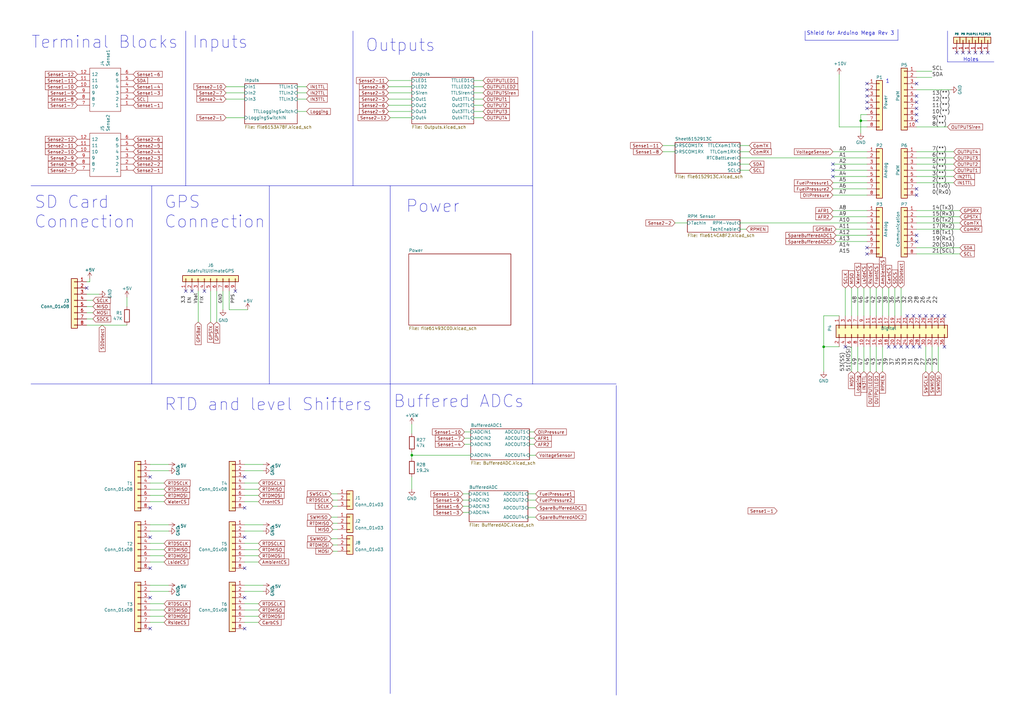
<source format=kicad_sch>
(kicad_sch (version 20230121) (generator eeschema)
  (paper "A3")
  (title_block (date "mar. 31 mars 2015"))
  (junction (at 168.91 186.69))
  (junction (at 337.82 142.24))
  (junction (at 353.06 49.53))
  (no_connect (at 78.74 119.38))
  (no_connect (at 61.595 195.58))
  (no_connect (at 100.33 245.11))
  (no_connect (at 392.43 21.59))
  (no_connect (at 355.6 104.14))
  (no_connect (at 100.33 257.81))
  (no_connect (at 355.6 41.91))
  (no_connect (at 355.6 36.83))
  (no_connect (at 355.6 39.37))
  (no_connect (at 355.6 44.45))
  (no_connect (at 61.595 233.045))
  (no_connect (at 355.6 101.6))
  (no_connect (at 375.92 96.52))
  (no_connect (at 375.92 99.06))
  (no_connect (at 364.49 142.24))
  (no_connect (at 367.03 142.24))
  (no_connect (at 375.92 44.45))
  (no_connect (at 394.97 21.59))
  (no_connect (at 375.92 39.37))
  (no_connect (at 341.63 67.31))
  (no_connect (at 341.63 72.39))
  (no_connect (at 83.82 119.38))
  (no_connect (at 355.6 34.29))
  (no_connect (at 387.35 129.54))
  (no_connect (at 387.35 142.24))
  (no_connect (at 405.13 21.59))
  (no_connect (at 61.595 245.11))
  (no_connect (at 100.33 220.345))
  (no_connect (at 100.33 208.28))
  (no_connect (at 61.595 208.28))
  (no_connect (at 375.92 34.29))
  (no_connect (at 346.71 142.24))
  (no_connect (at 375.92 41.91))
  (no_connect (at 375.92 80.01))
  (no_connect (at 341.63 69.85))
  (no_connect (at 397.51 21.59))
  (no_connect (at 61.595 220.345))
  (no_connect (at 35.56 118.11))
  (no_connect (at 375.92 46.99))
  (no_connect (at 96.52 119.38))
  (no_connect (at 372.11 129.54))
  (no_connect (at 384.81 129.54))
  (no_connect (at 377.19 129.54))
  (no_connect (at 382.27 129.54))
  (no_connect (at 379.73 129.54))
  (no_connect (at 374.65 129.54))
  (no_connect (at 372.11 142.24))
  (no_connect (at 374.65 142.24))
  (no_connect (at 377.19 142.24))
  (no_connect (at 369.57 142.24))
  (no_connect (at 375.92 49.53))
  (no_connect (at 100.33 233.045))
  (no_connect (at 61.595 257.81))
  (no_connect (at 100.33 195.58))
  (no_connect (at 402.59 21.59))
  (no_connect (at 400.05 21.59))
  (no_connect (at 76.2 119.38))
  (no_connect (at 375.92 77.47))
  (wire (pts (xy 35.56 125.73) (xy 38.1 125.73)))
  (wire (pts (xy 349.25 142.24) (xy 349.25 152.4)))
  (wire (pts (xy 349.25 118.11) (xy 349.25 129.54)))
  (wire (pts (xy 382.27 142.24) (xy 382.27 152.4)))
  (wire (pts (xy 375.92 91.44) (xy 393.7 91.44)))
  (wire (pts (xy 190.5 177.165) (xy 193.04 177.165)))
  (wire (pts (xy 61.595 250.19) (xy 67.31 250.19)))
  (wire (pts (xy 61.595 190.5) (xy 69.215 190.5)))
  (wire (pts (xy 100.33 240.03) (xy 107.95 240.03)))
  (wire (pts (xy 367.03 118.11) (xy 367.03 129.54)))
  (wire (pts (xy 303.53 69.85) (xy 307.34 69.85)))
  (wire (pts (xy 342.9 93.98) (xy 355.6 93.98)))
  (wire (pts (xy 375.92 67.31) (xy 391.16 67.31)))
  (wire (pts (xy 86.36 119.38) (xy 86.36 132.08)))
  (wire (pts (xy 168.91 195.58) (xy 168.91 200.66)))
  (wire (pts (xy 36.83 115.57) (xy 36.83 114.3)))
  (wire (pts (xy 341.63 69.85) (xy 355.6 69.85)))
  (wire (pts (xy 61.595 203.2) (xy 67.31 203.2)))
  (wire (pts (xy 375.92 74.93) (xy 391.16 74.93)))
  (wire (pts (xy 35.56 115.57) (xy 36.83 115.57)))
  (wire (pts (xy 61.595 217.805) (xy 69.215 217.805)))
  (wire (pts (xy 61.595 230.505) (xy 67.31 230.505)))
  (polyline (pts (xy 330.2 16.51) (xy 368.3 16.51)))
  (wire (pts (xy 190.5 182.245) (xy 193.04 182.245)))
  (wire (pts (xy 382.27 31.75) (xy 375.92 31.75)))
  (wire (pts (xy 303.53 59.69) (xy 307.34 59.69)))
  (wire (pts (xy 52.07 133.35) (xy 35.56 133.35)))
  (wire (pts (xy 342.9 99.06) (xy 355.6 99.06)))
  (wire (pts (xy 61.595 247.65) (xy 67.31 247.65)))
  (wire (pts (xy 189.865 202.565) (xy 192.405 202.565)))
  (wire (pts (xy 351.79 118.11) (xy 351.79 129.54)))
  (wire (pts (xy 81.28 119.38) (xy 81.28 132.08)))
  (wire (pts (xy 61.595 200.66) (xy 67.31 200.66)))
  (wire (pts (xy 159.385 35.56) (xy 168.91 35.56)))
  (wire (pts (xy 38.1 123.19) (xy 35.56 123.19)))
  (wire (pts (xy 159.385 43.18) (xy 168.91 43.18)))
  (wire (pts (xy 361.95 118.11) (xy 361.95 129.54)))
  (wire (pts (xy 100.33 230.505) (xy 106.045 230.505)))
  (wire (pts (xy 100.33 252.73) (xy 106.045 252.73)))
  (wire (pts (xy 353.06 49.53) (xy 353.06 54.61)))
  (wire (pts (xy 355.6 49.53) (xy 353.06 49.53)))
  (wire (pts (xy 344.17 142.24) (xy 337.82 142.24)))
  (wire (pts (xy 355.6 74.93) (xy 341.63 74.93)))
  (wire (pts (xy 100.33 225.425) (xy 106.045 225.425)))
  (wire (pts (xy 342.9 96.52) (xy 355.6 96.52)))
  (wire (pts (xy 38.1 128.27) (xy 35.56 128.27)))
  (wire (pts (xy 61.595 215.265) (xy 69.215 215.265)))
  (wire (pts (xy 100.33 198.12) (xy 106.045 198.12)))
  (polyline (pts (xy 218.44 157.48) (xy 252.73 157.48)))
  (wire (pts (xy 359.41 142.24) (xy 359.41 152.4)))
  (wire (pts (xy 100.33 227.965) (xy 106.045 227.965)))
  (wire (pts (xy 341.63 88.9) (xy 355.6 88.9)))
  (wire (pts (xy 379.73 142.24) (xy 379.73 152.4)))
  (wire (pts (xy 303.53 93.98) (xy 306.07 93.98)))
  (wire (pts (xy 341.63 62.23) (xy 355.6 62.23)))
  (wire (pts (xy 100.33 247.65) (xy 106.045 247.65)))
  (wire (pts (xy 61.595 198.12) (xy 67.31 198.12)))
  (wire (pts (xy 216.535 202.565) (xy 219.71 202.565)))
  (wire (pts (xy 121.92 35.56) (xy 125.73 35.56)))
  (wire (pts (xy 61.595 193.04) (xy 69.215 193.04)))
  (polyline (pts (xy 252.73 239.395) (xy 252.73 158.115)))
  (wire (pts (xy 61.595 225.425) (xy 67.31 225.425)))
  (wire (pts (xy 100.33 250.19) (xy 106.045 250.19)))
  (polyline (pts (xy 144.78 76.2) (xy 76.2 76.2)))
  (wire (pts (xy 355.6 46.99) (xy 353.06 46.99)))
  (wire (pts (xy 341.63 77.47) (xy 355.6 77.47)))
  (wire (pts (xy 353.06 46.99) (xy 353.06 49.53)))
  (polyline (pts (xy 388.62 25.4) (xy 388.62 12.7)))
  (wire (pts (xy 194.31 38.1) (xy 198.12 38.1)))
  (wire (pts (xy 100.33 222.885) (xy 106.045 222.885)))
  (wire (pts (xy 168.91 186.69) (xy 168.91 187.96)))
  (wire (pts (xy 159.385 45.72) (xy 168.91 45.72)))
  (polyline (pts (xy 144.78 12.7) (xy 144.78 76.2)))
  (wire (pts (xy 136.525 226.06) (xy 138.43 226.06)))
  (wire (pts (xy 356.87 142.24) (xy 356.87 152.4)))
  (wire (pts (xy 91.44 127) (xy 91.44 119.38)))
  (wire (pts (xy 375.92 36.83) (xy 389.89 36.83)))
  (wire (pts (xy 194.31 33.02) (xy 198.12 33.02)))
  (wire (pts (xy 303.53 64.77) (xy 355.6 64.77)))
  (wire (pts (xy 100.33 215.265) (xy 107.95 215.265)))
  (wire (pts (xy 159.385 33.02) (xy 168.91 33.02)))
  (wire (pts (xy 354.33 118.11) (xy 354.33 129.54)))
  (wire (pts (xy 121.92 38.1) (xy 125.73 38.1)))
  (wire (pts (xy 136.525 205.105) (xy 138.43 205.105)))
  (wire (pts (xy 375.92 104.14) (xy 393.7 104.14)))
  (wire (pts (xy 159.385 40.64) (xy 168.91 40.64)))
  (wire (pts (xy 375.92 29.21) (xy 382.27 29.21)))
  (polyline (pts (xy 110.49 76.2) (xy 110.49 157.48)))
  (wire (pts (xy 346.71 118.11) (xy 346.71 129.54)))
  (wire (pts (xy 337.82 142.24) (xy 337.82 152.4)))
  (wire (pts (xy 92.71 38.1) (xy 100.33 38.1)))
  (wire (pts (xy 375.92 88.9) (xy 393.7 88.9)))
  (wire (pts (xy 100.33 193.04) (xy 107.95 193.04)))
  (polyline (pts (xy 76.2 12.7) (xy 76.2 76.2)))
  (wire (pts (xy 100.33 203.2) (xy 106.045 203.2)))
  (polyline (pts (xy 12.7 76.2) (xy 76.2 76.2)))
  (wire (pts (xy 100.33 205.74) (xy 106.045 205.74)))
  (wire (pts (xy 40.64 120.65) (xy 35.56 120.65)))
  (wire (pts (xy 351.79 142.24) (xy 351.79 152.4)))
  (wire (pts (xy 61.595 222.885) (xy 67.31 222.885)))
  (wire (pts (xy 136.525 214.63) (xy 138.43 214.63)))
  (polyline (pts (xy 160.02 76.2) (xy 144.78 76.2)))
  (wire (pts (xy 194.31 48.26) (xy 198.12 48.26)))
  (polyline (pts (xy 160.02 157.48) (xy 218.44 157.48)))
  (wire (pts (xy 194.31 43.18) (xy 198.12 43.18)))
  (wire (pts (xy 375.92 69.85) (xy 391.16 69.85)))
  (polyline (pts (xy 368.3 16.51) (xy 368.3 12.065)))
  (wire (pts (xy 135.89 212.09) (xy 138.43 212.09)))
  (wire (pts (xy 354.33 142.24) (xy 354.33 152.4)))
  (wire (pts (xy 61.595 240.03) (xy 69.215 240.03)))
  (wire (pts (xy 168.91 177.8) (xy 168.91 173.99)))
  (wire (pts (xy 337.82 129.54) (xy 337.82 142.24)))
  (wire (pts (xy 61.595 252.73) (xy 67.31 252.73)))
  (wire (pts (xy 100.33 255.27) (xy 106.045 255.27)))
  (wire (pts (xy 160.02 48.26) (xy 168.91 48.26)))
  (wire (pts (xy 355.6 80.01) (xy 341.63 80.01)))
  (wire (pts (xy 121.92 40.64) (xy 125.73 40.64)))
  (polyline (pts (xy 160.02 157.48) (xy 160.02 76.2)))
  (wire (pts (xy 375.92 52.07) (xy 388.62 52.07)))
  (wire (pts (xy 100.33 190.5) (xy 107.95 190.5)))
  (wire (pts (xy 100.33 217.805) (xy 107.95 217.805)))
  (wire (pts (xy 121.92 45.72) (xy 125.73 45.72)))
  (polyline (pts (xy 407.67 25.4) (xy 388.62 25.4)))
  (wire (pts (xy 194.31 40.64) (xy 198.12 40.64)))
  (wire (pts (xy 216.535 208.28) (xy 219.71 208.28)))
  (wire (pts (xy 35.56 130.81) (xy 38.1 130.81)))
  (wire (pts (xy 136.525 217.17) (xy 138.43 217.17)))
  (wire (pts (xy 375.92 93.98) (xy 393.7 93.98)))
  (wire (pts (xy 135.89 220.98) (xy 138.43 220.98)))
  (wire (pts (xy 92.71 35.56) (xy 100.33 35.56)))
  (wire (pts (xy 276.86 91.44) (xy 281.94 91.44)))
  (wire (pts (xy 216.535 205.105) (xy 219.71 205.105)))
  (wire (pts (xy 369.57 118.11) (xy 369.57 129.54)))
  (wire (pts (xy 100.33 200.66) (xy 106.045 200.66)))
  (wire (pts (xy 217.17 179.705) (xy 219.075 179.705)))
  (polyline (pts (xy 62.23 76.2) (xy 62.23 157.48)))
  (wire (pts (xy 341.63 72.39) (xy 355.6 72.39)))
  (wire (pts (xy 189.865 205.105) (xy 192.405 205.105)))
  (wire (pts (xy 93.98 127) (xy 101.6 127)))
  (wire (pts (xy 356.87 118.11) (xy 356.87 129.54)))
  (wire (pts (xy 355.6 52.07) (xy 344.17 52.07)))
  (wire (pts (xy 341.63 86.36) (xy 355.6 86.36)))
  (wire (pts (xy 159.385 38.1) (xy 168.91 38.1)))
  (wire (pts (xy 190.5 179.705) (xy 193.04 179.705)))
  (wire (pts (xy 61.595 205.74) (xy 67.31 205.74)))
  (wire (pts (xy 93.98 127) (xy 93.98 119.38)))
  (wire (pts (xy 384.81 142.24) (xy 384.81 152.4)))
  (wire (pts (xy 189.865 210.185) (xy 192.405 210.185)))
  (polyline (pts (xy 12.7 157.48) (xy 160.02 157.48)))
  (wire (pts (xy 307.34 67.31) (xy 303.53 67.31)))
  (wire (pts (xy 344.17 129.54) (xy 337.82 129.54)))
  (polyline (pts (xy 330.2 12.7) (xy 330.2 16.51)))
  (wire (pts (xy 375.92 101.6) (xy 393.7 101.6)))
  (wire (pts (xy 100.33 242.57) (xy 107.95 242.57)))
  (wire (pts (xy 61.595 227.965) (xy 67.31 227.965)))
  (wire (pts (xy 92.71 40.64) (xy 100.33 40.64)))
  (wire (pts (xy 375.92 62.23) (xy 391.16 62.23)))
  (wire (pts (xy 189.865 207.645) (xy 192.405 207.645)))
  (wire (pts (xy 364.49 118.11) (xy 364.49 129.54)))
  (wire (pts (xy 217.17 186.69) (xy 219.71 186.69)))
  (wire (pts (xy 341.63 67.31) (xy 355.6 67.31)))
  (wire (pts (xy 61.595 242.57) (xy 69.215 242.57)))
  (wire (pts (xy 168.91 186.69) (xy 193.04 186.69)))
  (wire (pts (xy 136.525 207.645) (xy 138.43 207.645)))
  (wire (pts (xy 168.91 185.42) (xy 168.91 186.69)))
  (wire (pts (xy 375.92 72.39) (xy 391.16 72.39)))
  (wire (pts (xy 52.07 121.92) (xy 52.07 125.73)))
  (wire (pts (xy 361.95 142.24) (xy 361.95 152.4)))
  (polyline (pts (xy 160.02 157.48) (xy 160.02 284.48)))
  (wire (pts (xy 303.53 91.44) (xy 355.6 91.44)))
  (wire (pts (xy 216.535 212.09) (xy 219.71 212.09)))
  (wire (pts (xy 92.71 48.26) (xy 100.33 48.26)))
  (wire (pts (xy 375.92 86.36) (xy 393.7 86.36)))
  (wire (pts (xy 136.525 223.52) (xy 138.43 223.52)))
  (wire (pts (xy 194.31 35.56) (xy 198.12 35.56)))
  (wire (pts (xy 217.17 182.245) (xy 219.075 182.245)))
  (wire (pts (xy 194.31 45.72) (xy 198.12 45.72)))
  (polyline (pts (xy 252.73 239.395) (xy 252.73 285.115)))
  (wire (pts (xy 271.78 62.23) (xy 276.86 62.23)))
  (wire (pts (xy 88.9 119.38) (xy 88.9 132.08)))
  (wire (pts (xy 61.595 255.27) (xy 67.31 255.27)))
  (polyline (pts (xy 160.02 76.2) (xy 218.44 76.2)))
  (wire (pts (xy 375.92 64.77) (xy 391.16 64.77)))
  (wire (pts (xy 135.89 202.565) (xy 138.43 202.565)))
  (wire (pts (xy 344.17 52.07) (xy 344.17 30.48)))
  (wire (pts (xy 307.34 62.23) (xy 303.53 62.23)))
  (polyline (pts (xy 218.44 12.7) (xy 218.44 76.2)))
  (wire (pts (xy 271.78 59.69) (xy 276.86 59.69)))
  (wire (pts (xy 359.41 118.11) (xy 359.41 129.54)))
  (wire (pts (xy 217.17 177.165) (xy 219.075 177.165)))
  (polyline (pts (xy 218.44 157.48) (xy 218.44 76.2)))
  (text "Holes" (at 394.97 25.4 0) (effects (font (size 1.524 1.524)) (justify left bottom)))
  (text "1" (at 363.22 34.29 0) (effects (font (size 1.524 1.524)) (justify left bottom)))
  (text "Shield for Arduino Mega Rev 3" (at 330.835 14.605 0) (effects (font (size 1.524 1.524)) (justify left bottom)))
  (text "Outputs" (at 149.86 21.59 0) (effects (font (size 5 5)) (justify left bottom)))
  (text "SD Card\nConnection" (at 13.97 93.98 0) (effects (font (size 5 5)) (justify left bottom)))
  (text "Inputs\n" (at 78.74 20.32 0) (effects (font (size 5 5)) (justify left bottom)))
  (text "Buffered ADCs" (at 161.29 167.64 0) (effects (font (size 5 5)) (justify left bottom)))
  (text "GPS\nConnection" (at 67.31 93.98 0) (effects (font (size 5 5)) (justify left bottom)))
  (text "Terminal Blocks\n" (at 12.7 20.32 0) (effects (font (size 5 5)) (justify left bottom)))
  (text "RTD and level Shifters" (at 67.31 168.91 0) (effects (font (size 5 5)) (justify left bottom)))
  (text "Power" (at 166.37 87.63 0) (effects (font (size 5 5)) (justify left bottom)))
  (label "23" (at 384.81 149.86 90) (effects (font (size 1.524 1.524))))
  (label "19(Rx1)" (at 382.27 99.06 0) (effects (font (size 1.524 1.524))))
  (label "39" (at 364.49 149.86 90) (effects (font (size 1.524 1.524))))
  (label "24" (at 382.27 124.46 90) (effects (font (size 1.524 1.524))))
  (label "37" (at 367.03 149.86 90) (effects (font (size 1.524 1.524))))
  (label "29" (at 377.19 149.86 90) (effects (font (size 1.524 1.524))))
  (label "4(**)" (at 382.27 69.85 0) (effects (font (size 1.524 1.524))))
  (label "1(Tx0)" (at 382.27 77.47 0) (effects (font (size 1.524 1.524))))
  (label "21(SCL)" (at 382.27 104.14 0) (effects (font (size 1.524 1.524))))
  (label "A0" (at 344.17 62.23 0) (effects (font (size 1.524 1.524))))
  (label "11(**)" (at 382.27 44.45 0) (effects (font (size 1.524 1.524))))
  (label "3.3" (at 76.2 124.46 90))
  (label "31" (at 374.65 149.86 90) (effects (font (size 1.524 1.524))))
  (label "0(Rx0)" (at 382.27 80.01 0) (effects (font (size 1.524 1.524))))
  (label "6(**)" (at 382.27 64.77 0) (effects (font (size 1.524 1.524))))
  (label "5(**)" (at 382.27 67.31 0) (effects (font (size 1.524 1.524))))
  (label "9(**)" (at 382.27 49.53 0) (effects (font (size 1.524 1.524))))
  (label "SDA" (at 382.27 31.75 0) (effects (font (size 1.524 1.524))))
  (label "40" (at 361.95 124.46 90) (effects (font (size 1.524 1.524))))
  (label "46" (at 354.33 124.46 90) (effects (font (size 1.524 1.524))))
  (label "A13" (at 344.17 99.06 0) (effects (font (size 1.524 1.524))))
  (label "16(Tx2)" (at 382.27 91.44 0) (effects (font (size 1.524 1.524))))
  (label "A10" (at 344.17 91.44 0) (effects (font (size 1.524 1.524))))
  (label "A5" (at 344.17 74.93 0) (effects (font (size 1.524 1.524))))
  (label "22" (at 384.81 124.46 90) (effects (font (size 1.524 1.524))))
  (label "A8" (at 344.17 86.36 0) (effects (font (size 1.524 1.524))))
  (label "51(MOSI)" (at 349.25 152.4 90) (effects (font (size 1.524 1.524))))
  (label "30" (at 374.65 124.46 90) (effects (font (size 1.524 1.524))))
  (label "EN" (at 78.74 124.46 90))
  (label "17(Rx2)" (at 382.27 93.98 0) (effects (font (size 1.524 1.524))))
  (label "3(**)" (at 382.27 72.39 0) (effects (font (size 1.524 1.524))))
  (label "44" (at 356.87 124.46 90) (effects (font (size 1.524 1.524))))
  (label "A9" (at 344.17 88.9 0) (effects (font (size 1.524 1.524))))
  (label "FIX" (at 83.82 124.46 90))
  (label "43" (at 359.41 149.86 90) (effects (font (size 1.524 1.524))))
  (label "28" (at 377.19 124.46 90) (effects (font (size 1.524 1.524))))
  (label "8(**)" (at 382.27 52.07 0) (effects (font (size 1.524 1.524))))
  (label "A11" (at 344.17 93.98 0) (effects (font (size 1.524 1.524))))
  (label "A12" (at 344.17 96.52 0) (effects (font (size 1.524 1.524))))
  (label "12(**)" (at 382.27 41.91 0) (effects (font (size 1.524 1.524))))
  (label "27" (at 379.73 149.86 90) (effects (font (size 1.524 1.524))))
  (label "38" (at 364.49 124.46 90) (effects (font (size 1.524 1.524))))
  (label "A14" (at 344.17 101.6 0) (effects (font (size 1.524 1.524))))
  (label "A15" (at 344.17 104.14 0) (effects (font (size 1.524 1.524))))
  (label "A3" (at 344.17 69.85 0) (effects (font (size 1.524 1.524))))
  (label "47" (at 354.33 149.86 90) (effects (font (size 1.524 1.524))))
  (label "14(Tx3)" (at 382.27 86.36 0) (effects (font (size 1.524 1.524))))
  (label "GND" (at 91.44 124.46 90))
  (label "41" (at 361.95 149.86 90) (effects (font (size 1.524 1.524))))
  (label "33" (at 372.11 149.86 90) (effects (font (size 1.524 1.524))))
  (label "53(SS)" (at 346.71 152.4 90) (effects (font (size 1.524 1.524))))
  (label "18(Tx1)" (at 382.27 96.52 0) (effects (font (size 1.524 1.524))))
  (label "26" (at 379.73 124.46 90) (effects (font (size 1.524 1.524))))
  (label "A7" (at 344.17 80.01 0) (effects (font (size 1.524 1.524))))
  (label "25" (at 382.27 149.86 90) (effects (font (size 1.524 1.524))))
  (label "A6" (at 344.17 77.47 0) (effects (font (size 1.524 1.524))))
  (label "SCL" (at 382.27 29.21 0) (effects (font (size 1.524 1.524))))
  (label "2(**)" (at 382.27 74.93 0) (effects (font (size 1.524 1.524))))
  (label "42" (at 359.41 124.46 90) (effects (font (size 1.524 1.524))))
  (label "36" (at 367.03 124.46 90) (effects (font (size 1.524 1.524))))
  (label "A4" (at 344.17 72.39 0) (effects (font (size 1.524 1.524))))
  (label "34" (at 369.57 124.46 90) (effects (font (size 1.524 1.524))))
  (label "49" (at 351.79 149.86 90) (effects (font (size 1.524 1.524))))
  (label "10(**)" (at 382.27 46.99 0) (effects (font (size 1.524 1.524))))
  (label "35" (at 369.57 149.86 90) (effects (font (size 1.524 1.524))))
  (label "13(**)" (at 382.27 39.37 0) (effects (font (size 1.524 1.524))))
  (label "A2" (at 344.17 67.31 0) (effects (font (size 1.524 1.524))))
  (label "7(**)" (at 382.27 62.23 0) (effects (font (size 1.524 1.524))))
  (label "Vbat" (at 81.28 124.46 90))
  (label "48" (at 351.79 124.46 90) (effects (font (size 1.524 1.524))))
  (label "45" (at 356.87 149.86 90) (effects (font (size 1.524 1.524))))
  (label "PPS" (at 96.52 124.46 90))
  (label "A1" (at 344.17 64.77 0) (effects (font (size 1.524 1.524))))
  (label "15(Rx3)" (at 382.27 88.9 0) (effects (font (size 1.524 1.524))))
  (label "20(SDA)" (at 382.27 101.6 0) (effects (font (size 1.524 1.524))))
  (label "32" (at 372.11 124.46 90) (effects (font (size 1.524 1.524))))
  (global_label "Sense1-4" (shape input) (at 190.5 182.245 180) (property "Intersheetrefs" "${INTERSHEET_REFS}" (effects hide)))
  (global_label "FrontCS" (shape input) (at 106.045 205.74 0) (property "Intersheetrefs" "${INTERSHEET_REFS}" (effects hide)))
  (global_label "GPSRX" (shape input) (at 88.9 132.08 270) (property "Intersheetrefs" "${INTERSHEET_REFS}" (effects hide)))
  (global_label "MISO" (shape input) (at 349.25 118.11 90) (property "Intersheetrefs" "${INTERSHEET_REFS}" (effects hide)))
  (global_label "Sense1-1" (shape input) (at 318.77 209.55 180) (property "Intersheetrefs" "${INTERSHEET_REFS}" (effects hide)))
  (global_label "RTDSCLK" (shape input) (at 67.31 222.885 0) (property "Intersheetrefs" "${INTERSHEET_REFS}" (effects hide)))
  (global_label "RTDSCLK" (shape input) (at 106.045 198.12 0) (property "Intersheetrefs" "${INTERSHEET_REFS}" (effects hide)))
  (global_label "RTDMOSI" (shape input) (at 67.31 203.2 0) (property "Intersheetrefs" "${INTERSHEET_REFS}" (effects hide)))
  (global_label "MOSI" (shape input) (at 38.1 128.27 0) (property "Intersheetrefs" "${INTERSHEET_REFS}" (effects hide)))
  (global_label "Sense2-6" (shape input) (at 54.61 57.15 0) (property "Intersheetrefs" "${INTERSHEET_REFS}" (effects hide)))
  (global_label "CarbCS" (shape input) (at 106.045 255.27 0) (property "Intersheetrefs" "${INTERSHEET_REFS}" (effects hide)))
  (global_label "Sense2-2" (shape input) (at 54.61 67.31 0) (property "Intersheetrefs" "${INTERSHEET_REFS}" (effects hide)))
  (global_label "Sense2-2" (shape input) (at 276.86 91.44 180) (property "Intersheetrefs" "${INTERSHEET_REFS}" (effects hide)))
  (global_label "LsideCS" (shape input) (at 67.31 230.505 0) (property "Intersheetrefs" "${INTERSHEET_REFS}" (effects hide)))
  (global_label "Sense2-8" (shape input) (at 31.75 67.31 180) (property "Intersheetrefs" "${INTERSHEET_REFS}" (effects hide)))
  (global_label "RTDSCLK" (shape input) (at 136.525 205.105 180) (property "Intersheetrefs" "${INTERSHEET_REFS}" (effects hide)))
  (global_label "IN1TTL" (shape input) (at 391.16 74.93 0) (property "Intersheetrefs" "${INTERSHEET_REFS}" (effects hide)))
  (global_label "FuelPressure2" (shape input) (at 341.63 77.47 180) (property "Intersheetrefs" "${INTERSHEET_REFS}" (effects hide)))
  (global_label "SCLK" (shape input) (at 38.1 123.19 0) (property "Intersheetrefs" "${INTERSHEET_REFS}" (effects hide)))
  (global_label "OilPressure" (shape input) (at 341.63 80.01 180) (property "Intersheetrefs" "${INTERSHEET_REFS}" (effects hide)))
  (global_label "Sense2-4" (shape input) (at 92.71 40.64 180) (property "Intersheetrefs" "${INTERSHEET_REFS}" (effects hide)))
  (global_label "Sense2-3" (shape input) (at 159.385 40.64 180) (property "Intersheetrefs" "${INTERSHEET_REFS}" (effects hide)))
  (global_label "IN1TTL" (shape input) (at 125.73 35.56 0) (property "Intersheetrefs" "${INTERSHEET_REFS}" (effects hide)))
  (global_label "OUTPUTLED2" (shape input) (at 198.12 35.56 0) (property "Intersheetrefs" "${INTERSHEET_REFS}" (effects hide)))
  (global_label "MOSI" (shape input) (at 136.525 226.06 180) (property "Intersheetrefs" "${INTERSHEET_REFS}" (effects hide)))
  (global_label "SCLK" (shape input) (at 346.71 118.11 90) (property "Intersheetrefs" "${INTERSHEET_REFS}" (effects hide)))
  (global_label "SDA" (shape input) (at 393.7 101.6 0) (property "Intersheetrefs" "${INTERSHEET_REFS}" (effects hide)))
  (global_label "RPMEN" (shape input) (at 306.07 93.98 0) (property "Intersheetrefs" "${INTERSHEET_REFS}" (effects hide)))
  (global_label "IN2TTL" (shape input) (at 391.16 72.39 0) (property "Intersheetrefs" "${INTERSHEET_REFS}" (effects hide)))
  (global_label "LsideCS" (shape input) (at 354.33 118.11 90) (property "Intersheetrefs" "${INTERSHEET_REFS}" (effects hide)))
  (global_label "WaterCS" (shape input) (at 67.31 205.74 0) (property "Intersheetrefs" "${INTERSHEET_REFS}" (effects hide)))
  (global_label "SWMISO" (shape input) (at 382.27 152.4 270) (property "Intersheetrefs" "${INTERSHEET_REFS}" (effects hide)))
  (global_label "RTDMOSI" (shape input) (at 67.31 252.73 0) (property "Intersheetrefs" "${INTERSHEET_REFS}" (effects hide)))
  (global_label "Sense1-3" (shape input) (at 54.61 38.1 0) (property "Intersheetrefs" "${INTERSHEET_REFS}" (effects hide)))
  (global_label "SCL" (shape input) (at 54.61 40.64 0) (property "Intersheetrefs" "${INTERSHEET_REFS}" (effects hide)))
  (global_label "Sense1-4" (shape input) (at 54.61 35.56 0) (property "Intersheetrefs" "${INTERSHEET_REFS}" (effects hide)))
  (global_label "OUTPUT2" (shape input) (at 198.12 43.18 0) (property "Intersheetrefs" "${INTERSHEET_REFS}" (effects hide)))
  (global_label "SpareBufferedADC1" (shape input) (at 342.9 96.52 180) (property "Intersheetrefs" "${INTERSHEET_REFS}" (effects hide)))
  (global_label "OUTPUTSiren" (shape input) (at 198.12 38.1 0) (property "Intersheetrefs" "${INTERSHEET_REFS}" (effects hide)))
  (global_label "SWMOSI" (shape input) (at 135.89 220.98 180) (property "Intersheetrefs" "${INTERSHEET_REFS}" (effects hide)))
  (global_label "OUTPUTLED2" (shape input) (at 356.87 152.4 270) (property "Intersheetrefs" "${INTERSHEET_REFS}" (effects hide)))
  (global_label "IN3TTL" (shape input) (at 125.73 40.64 0) (property "Intersheetrefs" "${INTERSHEET_REFS}" (effects hide)))
  (global_label "Sense1-1" (shape input) (at 54.61 43.18 0) (property "Intersheetrefs" "${INTERSHEET_REFS}" (effects hide)))
  (global_label "RTDSCLK" (shape input) (at 106.045 222.885 0) (property "Intersheetrefs" "${INTERSHEET_REFS}" (effects hide)))
  (global_label "RTDMOSI" (shape input) (at 106.045 252.73 0) (property "Intersheetrefs" "${INTERSHEET_REFS}" (effects hide)))
  (global_label "FuelPressure1" (shape input) (at 341.63 74.93 180) (property "Intersheetrefs" "${INTERSHEET_REFS}" (effects hide)))
  (global_label "Sense2-8" (shape input) (at 159.385 35.56 180) (property "Intersheetrefs" "${INTERSHEET_REFS}" (effects hide)))
  (global_label "RsideCS" (shape input) (at 67.31 255.27 0) (property "Intersheetrefs" "${INTERSHEET_REFS}" (effects hide)))
  (global_label "Sense1-9" (shape input) (at 31.75 38.1 180) (property "Intersheetrefs" "${INTERSHEET_REFS}" (effects hide)))
  (global_label "Sense2-9" (shape input) (at 31.75 64.77 180) (property "Intersheetrefs" "${INTERSHEET_REFS}" (effects hide)))
  (global_label "IN2TTL" (shape input) (at 125.73 38.1 0) (property "Intersheetrefs" "${INTERSHEET_REFS}" (effects hide)))
  (global_label "Sense2-12" (shape input) (at 160.02 48.26 180) (property "Intersheetrefs" "${INTERSHEET_REFS}" (effects hide)))
  (global_label "Sense1-11" (shape input) (at 271.78 59.69 180) (property "Intersheetrefs" "${INTERSHEET_REFS}" (effects hide)))
  (global_label "AFR1" (shape input) (at 219.075 179.705 0) (property "Intersheetrefs" "${INTERSHEET_REFS}" (effects hide)))
  (global_label "Sense2-4" (shape input) (at 54.61 62.23 0) (property "Intersheetrefs" "${INTERSHEET_REFS}" (effects hide)))
  (global_label "ComRX" (shape input) (at 393.7 93.98 0) (property "Intersheetrefs" "${INTERSHEET_REFS}" (effects hide)))
  (global_label "SWSCLK" (shape input) (at 135.89 202.565 180) (property "Intersheetrefs" "${INTERSHEET_REFS}" (effects hide)))
  (global_label "OUTPUT1" (shape input) (at 198.12 40.64 0) (property "Intersheetrefs" "${INTERSHEET_REFS}" (effects hide)))
  (global_label "Sense2-10" (shape input) (at 31.75 62.23 180) (property "Intersheetrefs" "${INTERSHEET_REFS}" (effects hide)))
  (global_label "RTDMOSI" (shape input) (at 67.31 227.965 0) (property "Intersheetrefs" "${INTERSHEET_REFS}" (effects hide)))
  (global_label "SpareBufferedADC2" (shape input) (at 342.9 99.06 180) (property "Intersheetrefs" "${INTERSHEET_REFS}" (effects hide)))
  (global_label "RTDMOSI" (shape input) (at 106.045 227.965 0) (property "Intersheetrefs" "${INTERSHEET_REFS}" (effects hide)))
  (global_label "Sense2-1" (shape input) (at 54.61 69.85 0) (property "Intersheetrefs" "${INTERSHEET_REFS}" (effects hide)))
  (global_label "Sense2-5" (shape input) (at 54.61 59.69 0) (property "Intersheetrefs" "${INTERSHEET_REFS}" (effects hide)))
  (global_label "Sense2-7" (shape input) (at 31.75 69.85 180) (property "Intersheetrefs" "${INTERSHEET_REFS}" (effects hide)))
  (global_label "FuelPressure2" (shape input) (at 219.71 205.105 0) (property "Intersheetrefs" "${INTERSHEET_REFS}" (effects hide)))
  (global_label "AmbientCS" (shape input) (at 361.95 118.11 90) (property "Intersheetrefs" "${INTERSHEET_REFS}" (effects hide)))
  (global_label "Sense2-6" (shape input) (at 159.385 43.18 180) (property "Intersheetrefs" "${INTERSHEET_REFS}" (effects hide)))
  (global_label "SWMISO" (shape input) (at 135.89 212.09 180) (property "Intersheetrefs" "${INTERSHEET_REFS}" (effects hide)))
  (global_label "Sense2-11" (shape input) (at 31.75 59.69 180) (property "Intersheetrefs" "${INTERSHEET_REFS}" (effects hide)))
  (global_label "Sense2-11" (shape input) (at 159.385 33.02 180) (property "Intersheetrefs" "${INTERSHEET_REFS}" (effects hide)))
  (global_label "SCLK" (shape input) (at 136.525 207.645 180) (property "Intersheetrefs" "${INTERSHEET_REFS}" (effects hide)))
  (global_label "Logging" (shape input) (at 125.73 45.72 0) (property "Intersheetrefs" "${INTERSHEET_REFS}" (effects hide)))
  (global_label "AmbientCS" (shape input) (at 106.045 230.505 0) (property "Intersheetrefs" "${INTERSHEET_REFS}" (effects hide)))
  (global_label "RTDMOSI" (shape input) (at 136.525 223.52 180) (property "Intersheetrefs" "${INTERSHEET_REFS}" (effects hide)))
  (global_label "RTDMISO" (shape input) (at 136.525 214.63 180) (property "Intersheetrefs" "${INTERSHEET_REFS}" (effects hide)))
  (global_label "Sense1-12" (shape input) (at 31.75 30.48 180) (property "Intersheetrefs" "${INTERSHEET_REFS}" (effects hide)))
  (global_label "GPSRX" (shape input) (at 393.7 86.36 0) (property "Intersheetrefs" "${INTERSHEET_REFS}" (effects hide)))
  (global_label "SDDetect" (shape input) (at 41.91 133.35 270) (property "Intersheetrefs" "${INTERSHEET_REFS}" (effects hide)))
  (global_label "RsideCS" (shape input) (at 356.87 118.11 90) (property "Intersheetrefs" "${INTERSHEET_REFS}" (effects hide)))
  (global_label "Logging" (shape input) (at 351.79 152.4 270) (property "Intersheetrefs" "${INTERSHEET_REFS}" (effects hide)))
  (global_label "OUTPUT1" (shape input) (at 391.16 69.85 0) (property "Intersheetrefs" "${INTERSHEET_REFS}" (effects hide)))
  (global_label "WaterCS" (shape input) (at 351.79 118.11 90) (property "Intersheetrefs" "${INTERSHEET_REFS}" (effects hide)))
  (global_label "AFR2" (shape input) (at 219.075 182.245 0) (property "Intersheetrefs" "${INTERSHEET_REFS}" (effects hide)))
  (global_label "SDA" (shape input) (at 307.34 67.31 0) (property "Intersheetrefs" "${INTERSHEET_REFS}" (effects hide)))
  (global_label "Sense2-9" (shape input) (at 159.385 45.72 180) (property "Intersheetrefs" "${INTERSHEET_REFS}" (effects hide)))
  (global_label "Sense1-9" (shape input) (at 189.865 205.105 180) (property "Intersheetrefs" "${INTERSHEET_REFS}" (effects hide)))
  (global_label "ComTX" (shape input) (at 307.34 59.69 0) (property "Intersheetrefs" "${INTERSHEET_REFS}" (effects hide)))
  (global_label "GPSBat" (shape input) (at 81.28 132.08 270) (property "Intersheetrefs" "${INTERSHEET_REFS}" (effects hide)))
  (global_label "Sense1-6" (shape input) (at 189.865 207.645 180) (property "Intersheetrefs" "${INTERSHEET_REFS}" (effects hide)))
  (global_label "OUTPUTSiren" (shape input) (at 388.62 52.07 0) (property "Intersheetrefs" "${INTERSHEET_REFS}" (effects hide)))
  (global_label "IN3TTL" (shape input) (at 354.33 152.4 270) (property "Intersheetrefs" "${INTERSHEET_REFS}" (effects hide)))
  (global_label "Sense1-10" (shape input) (at 31.75 35.56 180) (property "Intersheetrefs" "${INTERSHEET_REFS}" (effects hide)))
  (global_label "SDDetect" (shape input) (at 369.57 118.11 90) (property "Intersheetrefs" "${INTERSHEET_REFS}" (effects hide)))
  (global_label "RTDSCLK" (shape input) (at 67.31 247.65 0) (property "Intersheetrefs" "${INTERSHEET_REFS}" (effects hide)))
  (global_label "SWSCLK" (shape input) (at 379.73 152.4 270) (property "Intersheetrefs" "${INTERSHEET_REFS}" (effects hide)))
  (global_label "Sense1-7" (shape input) (at 190.5 179.705 180) (property "Intersheetrefs" "${INTERSHEET_REFS}" (effects hide)))
  (global_label "MOSI" (shape input) (at 349.25 152.4 270) (property "Intersheetrefs" "${INTERSHEET_REFS}" (effects hide)))
  (global_label "GPSTX" (shape input) (at 393.7 88.9 0) (property "Intersheetrefs" "${INTERSHEET_REFS}" (effects hide)))
  (global_label "VoltageSensor" (shape input) (at 219.71 186.69 0) (property "Intersheetrefs" "${INTERSHEET_REFS}" (effects hide)))
  (global_label "Sense2-7" (shape input) (at 92.71 38.1 180) (property "Intersheetrefs" "${INTERSHEET_REFS}" (effects hide)))
  (global_label "SDCS" (shape input) (at 367.03 118.11 90) (property "Intersheetrefs" "${INTERSHEET_REFS}" (effects hide)))
  (global_label "SpareBufferedADC2" (shape input) (at 219.71 212.09 0) (property "Intersheetrefs" "${INTERSHEET_REFS}" (effects hide)))
  (global_label "Sense1-8" (shape input) (at 31.75 40.64 180) (property "Intersheetrefs" "${INTERSHEET_REFS}" (effects hide)))
  (global_label "Sense1-7" (shape input) (at 31.75 43.18 180) (property "Intersheetrefs" "${INTERSHEET_REFS}" (effects hide)))
  (global_label "OUTPUTLED1" (shape input) (at 198.12 33.02 0) (property "Intersheetrefs" "${INTERSHEET_REFS}" (effects hide)))
  (global_label "Sense1-11" (shape input) (at 31.75 33.02 180) (property "Intersheetrefs" "${INTERSHEET_REFS}" (effects hide)))
  (global_label "RTDMISO" (shape input) (at 106.045 200.66 0) (property "Intersheetrefs" "${INTERSHEET_REFS}" (effects hide)))
  (global_label "OUTPUT4" (shape input) (at 391.16 62.23 0) (property "Intersheetrefs" "${INTERSHEET_REFS}" (effects hide)))
  (global_label "RTDSCLK" (shape input) (at 67.31 198.12 0) (property "Intersheetrefs" "${INTERSHEET_REFS}" (effects hide)))
  (global_label "Sense1-3" (shape input) (at 189.865 210.185 180) (property "Intersheetrefs" "${INTERSHEET_REFS}" (effects hide)))
  (global_label "Sense2-1" (shape input) (at 92.71 48.26 180) (property "Intersheetrefs" "${INTERSHEET_REFS}" (effects hide)))
  (global_label "SWMOSI" (shape input) (at 384.81 152.4 270) (property "Intersheetrefs" "${INTERSHEET_REFS}" (effects hide)))
  (global_label "CarbCS" (shape input) (at 364.49 118.11 90) (property "Intersheetrefs" "${INTERSHEET_REFS}" (effects hide)))
  (global_label "OilPressure" (shape input) (at 219.075 177.165 0) (property "Intersheetrefs" "${INTERSHEET_REFS}" (effects hide)))
  (global_label "Sense2-3" (shape input) (at 54.61 64.77 0) (property "Intersheetrefs" "${INTERSHEET_REFS}" (effects hide)))
  (global_label "MISO" (shape input) (at 136.525 217.17 180) (property "Intersheetrefs" "${INTERSHEET_REFS}" (effects hide)))
  (global_label "RTDSCLK" (shape input) (at 106.045 247.65 0) (property "Intersheetrefs" "${INTERSHEET_REFS}" (effects hide)))
  (global_label "RTDMISO" (shape input) (at 67.31 200.66 0) (property "Intersheetrefs" "${INTERSHEET_REFS}" (effects hide)))
  (global_label "OUTPUTLED1" (shape input) (at 359.41 152.4 270) (property "Intersheetrefs" "${INTERSHEET_REFS}" (effects hide)))
  (global_label "RTDMISO" (shape input) (at 67.31 225.425 0) (property "Intersheetrefs" "${INTERSHEET_REFS}" (effects hide)))
  (global_label "VoltageSensor" (shape input) (at 341.63 62.23 180) (property "Intersheetrefs" "${INTERSHEET_REFS}" (effects hide)))
  (global_label "Sense2-5" (shape input) (at 159.385 38.1 180) (property "Intersheetrefs" "${INTERSHEET_REFS}" (effects hide)))
  (global_label "Sense1-8" (shape input) (at 271.78 62.23 180) (property "Intersheetrefs" "${INTERSHEET_REFS}" (effects hide)))
  (global_label "RTDMISO" (shape input) (at 106.045 250.19 0) (property "Intersheetrefs" "${INTERSHEET_REFS}" (effects hide)))
  (global_label "GPSTX" (shape input) (at 86.36 132.08 270) (property "Intersheetrefs" "${INTERSHEET_REFS}" (effects hide)))
  (global_label "ComTX" (shape input) (at 393.7 91.44 0) (property "Intersheetrefs" "${INTERSHEET_REFS}" (effects hide)))
  (global_label "FuelPressure1" (shape input) (at 219.71 202.565 0) (property "Intersheetrefs" "${INTERSHEET_REFS}" (effects hide)))
  (global_label "Sense1-6" (shape input) (at 54.61 30.48 0) (property "Intersheetrefs" "${INTERSHEET_REFS}" (effects hide)))
  (global_label "RTDMISO" (shape input) (at 67.31 250.19 0) (property "Intersheetrefs" "${INTERSHEET_REFS}" (effects hide)))
  (global_label "RPMEN" (shape input) (at 361.95 152.4 270) (property "Intersheetrefs" "${INTERSHEET_REFS}" (effects hide)))
  (global_label "Sense1-10" (shape input) (at 190.5 177.165 180) (property "Intersheetrefs" "${INTERSHEET_REFS}" (effects hide)))
  (global_label "SDA" (shape input) (at 54.61 33.02 0) (property "Intersheetrefs" "${INTERSHEET_REFS}" (effects hide)))
  (global_label "ComRX" (shape input) (at 307.34 62.23 0) (property "Intersheetrefs" "${INTERSHEET_REFS}" (effects hide)))
  (global_label "GPSBat" (shape input) (at 342.9 93.98 180) (property "Intersheetrefs" "${INTERSHEET_REFS}" (effects hide)))
  (global_label "SCL" (shape input) (at 307.34 69.85 0) (property "Intersheetrefs" "${INTERSHEET_REFS}" (effects hide)))
  (global_label "Sense2-12" (shape input) (at 31.75 57.15 180) (property "Intersheetrefs" "${INTERSHEET_REFS}" (effects hide)))
  (global_label "RTDMOSI" (shape input) (at 106.045 203.2 0) (property "Intersheetrefs" "${INTERSHEET_REFS}" (effects hide)))
  (global_label "SDCS" (shape input) (at 38.1 130.81 0) (property "Intersheetrefs" "${INTERSHEET_REFS}" (effects hide)))
  (global_label "AFR2" (shape input) (at 341.63 88.9 180) (property "Intersheetrefs" "${INTERSHEET_REFS}" (effects hide)))
  (global_label "FrontCS" (shape input) (at 359.41 118.11 90) (property "Intersheetrefs" "${INTERSHEET_REFS}" (effects hide)))
  (global_label "OUTPUT2" (shape input) (at 391.16 67.31 0) (property "Intersheetrefs" "${INTERSHEET_REFS}" (effects hide)))
  (global_label "SpareBufferedADC1" (shape input) (at 219.71 208.28 0) (property "Intersheetrefs" "${INTERSHEET_REFS}" (effects hide)))
  (global_label "RTDMISO" (shape input) (at 106.045 225.425 0) (property "Intersheetrefs" "${INTERSHEET_REFS}" (effects hide)))
  (global_label "Sense1-12" (shape input) (at 189.865 202.565 180) (property "Intersheetrefs" "${INTERSHEET_REFS}" (effects hide)))
  (global_label "SCL" (shape input) (at 393.7 104.14 0) (property "Intersheetrefs" "${INTERSHEET_REFS}" (effects hide)))
  (global_label "AFR1" (shape input) (at 341.63 86.36 180) (property "Intersheetrefs" "${INTERSHEET_REFS}" (effects hide)))
  (global_label "Sense2-10" (shape input) (at 92.71 35.56 180) (property "Intersheetrefs" "${INTERSHEET_REFS}" (effects hide)))
  (global_label "OUTPUT4" (shape input) (at 198.12 48.26 0) (property "Intersheetrefs" "${INTERSHEET_REFS}" (effects hide)))
  (global_label "OUTPUT3" (shape input) (at 198.12 45.72 0) (property "Intersheetrefs" "${INTERSHEET_REFS}" (effects hide)))
  (global_label "OUTPUT3" (shape input) (at 391.16 64.77 0) (property "Intersheetrefs" "${INTERSHEET_REFS}" (effects hide)))
  (global_label "MISO" (shape input) (at 38.1 125.73 0) (property "Intersheetrefs" "${INTERSHEET_REFS}" (effects hide)))
  (symbol (lib_id "Connector_Generic:Conn_01x01") (at 392.43 16.51 90) (unit 1)
    (property "Reference" "P8" (at 392.43 13.97 90) (effects (font (size 0.7874 0.7874))))
    (property "Value" "CONN_01X01" (effects hide))
    (property "Footprint" "Socket_Arduino_Mega:Arduino_1pin" (effects hide))
  )
  (symbol (lib_id "Connector_Generic:Conn_01x01") (at 394.97 16.51 90) (unit 1)
    (property "Reference" "P9" (at 394.97 13.97 90) (effects (font (size 0.7874 0.7874))))
    (property "Value" "CONN_01X01" (effects hide))
    (property "Footprint" "Socket_Arduino_Mega:Arduino_1pin" (effects hide))
  )
  (symbol (lib_id "Connector_Generic:Conn_01x01") (at 397.51 16.51 90) (unit 1)
    (property "Reference" "P10" (at 397.51 13.97 90) (effects (font (size 0.7874 0.7874))))
    (property "Value" "CONN_01X01" (effects hide))
    (property "Footprint" "Socket_Arduino_Mega:Arduino_1pin" (effects hide))
  )
  (symbol (lib_id "Connector_Generic:Conn_01x01") (at 400.05 16.51 90) (unit 1)
    (property "Reference" "P11" (at 400.05 13.97 90) (effects (font (size 0.7874 0.7874))))
    (property "Value" "CONN_01X01" (effects hide))
    (property "Footprint" "Socket_Arduino_Mega:Arduino_1pin" (effects hide))
  )
  (symbol (lib_id "Connector_Generic:Conn_01x01") (at 402.59 16.51 90) (unit 1)
    (property "Reference" "P12" (at 402.59 13.97 90) (effects (font (size 0.7874 0.7874))))
    (property "Value" "CONN_01X01" (effects hide))
    (property "Footprint" "Socket_Arduino_Mega:Arduino_1pin" (effects hide))
  )
  (symbol (lib_id "Connector_Generic:Conn_01x01") (at 405.13 16.51 90) (unit 1)
    (property "Reference" "P13" (at 405.13 13.97 90) (effects (font (size 0.7874 0.7874))))
    (property "Value" "CONN_01X01" (effects hide))
    (property "Footprint" "Socket_Arduino_Mega:Arduino_1pin" (effects hide))
  )
  (symbol (lib_id "Connector_Generic:Conn_01x08") (at 360.68 41.91 0) (unit 1)
    (property "Reference" "P1" (at 360.68 31.75 0))
    (property "Value" "Power" (at 363.22 41.91 90))
    (property "Footprint" "Socket_Arduino_Mega:Socket_Strip_Arduino_1x08" (effects hide))
  )
  (symbol (lib_id "power:GND") (at 353.06 54.61 0) (unit 1)
    (property "Reference" "#PWR014" (effects hide))
    (property "Value" "GND" (at 353.06 58.42 0))
  )
  (symbol (lib_id "Connector_Generic:Conn_01x10") (at 370.84 39.37 0) (mirror y) (unit 1)
    (property "Reference" "P5" (at 370.84 26.67 0))
    (property "Value" "PWM" (at 368.3 39.37 90))
    (property "Footprint" "Socket_Arduino_Mega:Socket_Strip_Arduino_1x10" (effects hide))
  )
  (symbol (lib_id "power:GND") (at 389.89 36.83 90) (unit 1)
    (property "Reference" "#PWR015" (effects hide))
    (property "Value" "GND" (at 393.7 36.83 0))
  )
  (symbol (lib_id "Connector_Generic:Conn_01x08") (at 360.68 69.85 0) (unit 1)
    (property "Reference" "P2" (at 360.68 59.69 0))
    (property "Value" "Analog" (at 363.22 69.85 90))
    (property "Footprint" "Socket_Arduino_Mega:Socket_Strip_Arduino_1x08" (effects hide))
  )
  (symbol (lib_id "Connector_Generic:Conn_01x08") (at 370.84 69.85 0) (mirror y) (unit 1)
    (property "Reference" "P6" (at 370.84 59.69 0))
    (property "Value" "PWM" (at 368.3 69.85 90))
    (property "Footprint" "Socket_Arduino_Mega:Socket_Strip_Arduino_1x08" (effects hide))
  )
  (symbol (lib_id "Connector_Generic:Conn_01x08") (at 360.68 93.98 0) (unit 1)
    (property "Reference" "P3" (at 360.68 83.82 0))
    (property "Value" "Analog" (at 363.22 93.98 90))
    (property "Footprint" "Socket_Arduino_Mega:Socket_Strip_Arduino_1x08" (effects hide))
  )
  (symbol (lib_id "Connector_Generic:Conn_01x08") (at 370.84 93.98 0) (mirror y) (unit 1)
    (property "Reference" "P7" (at 370.84 83.82 0))
    (property "Value" "Communication" (at 368.3 93.98 90))
    (property "Footprint" "Socket_Arduino_Mega:Socket_Strip_Arduino_1x08" (effects hide))
  )
  (symbol (lib_id "Connector_Generic:Conn_02x18_Odd_Even") (at 364.49 134.62 90) (mirror x) (unit 1)
    (property "Reference" "P4" (at 340.36 134.62 0))
    (property "Value" "Digital" (at 364.49 134.62 90))
    (property "Footprint" "Socket_Arduino_Mega:Socket_Strip_Arduino_2x18" (effects hide))
  )
  (symbol (lib_id "power:GND") (at 337.82 152.4 0) (unit 1)
    (property "Reference" "#PWR010" (effects hide))
    (property "Value" "GND" (at 337.82 156.21 0))
  )
  (symbol (lib_id "power:+10V") (at 344.17 30.48 0) (unit 1)
    (property "Reference" "#PWR011" (effects hide))
    (property "Value" "+10V" (at 344.551 26.0858 0))
  )
  (symbol (lib_id "SamacSys_Parts:1727751") (at 54.61 43.18 180) (unit 1)
    (property "Reference" "J4" (at 42.0116 27.2288 90) (effects (justify right)))
    (property "Value" "Sense1" (at 44.323 27.2288 90) (effects (justify right)))
    (property "Footprint" "SamacSys_Parts:1727751" (effects hide))
    (property "Datasheet" "https://www.phoenixcontact.com/pxc-oc-itemdetail-pdf-web/eshop?lineItemType=LineItem&UID=1727751" (effects hide))
    (property "Description" "PCB Terminal Block 1727751" (effects hide))
    (property "Height" "24.1" (effects hide))
    (property "Mouser Part Number" "651-1727751" (effects hide))
    (property "Mouser Price/Stock" "https://www.mouser.co.uk/ProductDetail/Phoenix-Contact/1727751?qs=tW%2FRIINyXrem9edff%2FW2fg%3D%3D" (effects hide))
    (property "Manufacturer_Name" "Phoenix Contact" (effects hide))
    (property "Manufacturer_Part_Number" "1727751" (effects hide))
  )
  (symbol (lib_id "SamacSys_Parts:1727751") (at 54.61 69.85 180) (unit 1)
    (property "Reference" "J5" (at 42.0116 53.8988 90) (effects (justify right)))
    (property "Value" "Sense2" (at 44.323 53.8988 90) (effects (justify right)))
    (property "Footprint" "SamacSys_Parts:1727751" (effects hide))
    (property "Datasheet" "https://www.phoenixcontact.com/pxc-oc-itemdetail-pdf-web/eshop?lineItemType=LineItem&UID=1727751" (effects hide))
    (property "Description" "PCB Terminal Block 1727751" (effects hide))
    (property "Height" "24.1" (effects hide))
    (property "Mouser Part Number" "651-1727751" (effects hide))
    (property "Mouser Price/Stock" "https://www.mouser.co.uk/ProductDetail/Phoenix-Contact/1727751?qs=tW%2FRIINyXrem9edff%2FW2fg%3D%3D" (effects hide))
    (property "Manufacturer_Name" "Phoenix Contact" (effects hide))
    (property "Manufacturer_Part_Number" "1727751" (effects hide))
  )
  (symbol (lib_id "Device:R") (at 168.91 181.61 0) (unit 1)
    (property "Reference" "R27" (at 170.688 180.4416 0) (effects (justify left)))
    (property "Value" "47k" (at 170.688 182.753 0) (effects (justify left)))
    (property "Footprint" "Resistor_THT:R_Axial_DIN0207_L6.3mm_D2.5mm_P2.54mm_Vertical" (effects hide))
  )
  (symbol (lib_id "power:+5V") (at 107.95 215.265 270) (unit 1)
    (property "Reference" "#PWR027" (effects hide))
    (property "Value" "+5V" (at 111.125 215.744 90) (effects (justify left)))
  )
  (symbol (lib_id "power:GND") (at 107.95 193.04 90) (mirror x) (unit 1)
    (property "Reference" "#PWR026" (effects hide))
    (property "Value" "GND" (at 111.76 193.04 0))
  )
  (symbol (lib_id "power:+5V") (at 101.6 127 0) (unit 1)
    (property "Reference" "#PWR0101" (effects hide))
    (property "Value" "+5V" (at 101.6 123.3955 0))
  )
  (symbol (lib_id "power:GND") (at 168.91 200.66 0) (mirror y) (unit 1)
    (property "Reference" "#PWR07" (effects hide))
    (property "Value" "GND" (at 168.91 204.47 0))
  )
  (symbol (lib_id "Connector_Generic:Conn_01x08") (at 95.25 198.12 0) (mirror y) (unit 1)
    (property "Reference" "T4" (at 93.218 198.3232 0) (effects (justify left)))
    (property "Value" "Conn_01x08" (at 93.218 200.6346 0) (effects (justify left)))
    (property "Footprint" "Connector_PinSocket_2.54mm:PinSocket_1x08_P2.54mm_Vertical" (effects hide))
  )
  (symbol (lib_id "power:GND") (at 107.95 217.805 90) (mirror x) (unit 1)
    (property "Reference" "#PWR028" (effects hide))
    (property "Value" "GND" (at 111.76 217.805 0))
  )
  (symbol (lib_id "power:+5V") (at 69.215 190.5 270) (unit 1)
    (property "Reference" "#PWR018" (effects hide))
    (property "Value" "+5V" (at 72.39 190.979 90) (effects (justify left)))
  )
  (symbol (lib_id "power:+5V") (at 36.83 114.3 0) (unit 1)
    (property "Reference" "#PWR01" (effects hide))
    (property "Value" "+5V" (at 36.83 110.6955 0))
  )
  (symbol (lib_id "power:GND") (at 40.64 120.65 90) (unit 1)
    (property "Reference" "#PWR02" (effects hide))
    (property "Value" "GND" (at 45.0342 120.523 0))
  )
  (symbol (lib_id "Device:R") (at 52.07 129.54 0) (mirror y) (unit 1)
    (property "Reference" "R1" (at 50.292 128.3716 0) (effects (justify left)))
    (property "Value" "47K" (at 50.292 130.683 0) (effects (justify left)))
    (property "Footprint" "Resistor_THT:R_Axial_DIN0207_L6.3mm_D2.5mm_P2.54mm_Vertical" (effects hide))
  )
  (symbol (lib_id "power:+5V") (at 69.215 215.265 270) (unit 1)
    (property "Reference" "#PWR021" (effects hide))
    (property "Value" "+5V" (at 72.39 215.744 90) (effects (justify left)))
  )
  (symbol (lib_id "power:+5V") (at 69.215 240.03 270) (unit 1)
    (property "Reference" "#PWR023" (effects hide))
    (property "Value" "+5V" (at 72.39 240.509 90) (effects (justify left)))
  )
  (symbol (lib_id "power:GND") (at 107.95 242.57 90) (mirror x) (unit 1)
    (property "Reference" "#PWR030" (effects hide))
    (property "Value" "GND" (at 111.76 242.57 0))
  )
  (symbol (lib_id "power:GND") (at 69.215 193.04 90) (mirror x) (unit 1)
    (property "Reference" "#PWR020" (effects hide))
    (property "Value" "GND" (at 73.025 193.04 0))
  )
  (symbol (lib_id "power:GND") (at 91.44 127 0) (unit 1)
    (property "Reference" "#PWR04" (effects hide))
    (property "Value" "GND" (at 91.567 131.3942 0))
  )
  (symbol (lib_id "power:+VSW") (at 168.91 173.99 0) (unit 1)
    (property "Reference" "#PWR06" (effects hide))
    (property "Value" "+VSW" (at 168.91 170.3855 0))
  )
  (symbol (lib_id "Connector_Generic:Conn_01x03") (at 143.51 214.63 0) (unit 1)
    (property "Reference" "J2" (at 145.542 213.7215 0) (effects (justify left)))
    (property "Value" "Conn_01x03" (at 145.542 216.4966 0) (effects (justify left)))
    (property "Footprint" "Connector_PinHeader_2.54mm:PinHeader_1x03_P2.54mm_Vertical" (effects hide))
  )
  (symbol (lib_id "Connector_Generic:Conn_01x03") (at 143.51 223.52 0) (unit 1)
    (property "Reference" "J8" (at 145.542 222.6115 0) (effects (justify left)))
    (property "Value" "Conn_01x03" (at 145.542 225.3866 0) (effects (justify left)))
    (property "Footprint" "Connector_PinHeader_2.54mm:PinHeader_1x03_P2.54mm_Vertical" (effects hide))
  )
  (symbol (lib_id "power:GND") (at 69.215 242.57 90) (mirror x) (unit 1)
    (property "Reference" "#PWR024" (effects hide))
    (property "Value" "GND" (at 73.025 242.57 0))
  )
  (symbol (lib_id "Device:R") (at 168.91 191.77 0) (unit 1)
    (property "Reference" "R28" (at 170.688 190.6016 0) (effects (justify left)))
    (property "Value" "19.2k" (at 170.688 192.913 0) (effects (justify left)))
    (property "Footprint" "Resistor_THT:R_Axial_DIN0207_L6.3mm_D2.5mm_P2.54mm_Vertical" (effects hide))
  )
  (symbol (lib_id "power:GND") (at 69.215 217.805 90) (mirror x) (unit 1)
    (property "Reference" "#PWR022" (effects hide))
    (property "Value" "GND" (at 73.025 217.805 0))
  )
  (symbol (lib_id "Connector_Generic:Conn_01x09") (at 86.36 114.3 90) (unit 1)
    (property "Reference" "J6" (at 86.4616 108.7882 90))
    (property "Value" "AdafruitUltimateGPS" (at 86.4616 111.0996 90))
    (property "Footprint" "Connector_PinSocket_2.54mm:PinSocket_1x09_P2.54mm_Vertical" (effects hide))
  )
  (symbol (lib_id "Connector_Generic:Conn_01x08") (at 56.515 247.65 0) (mirror y) (unit 1)
    (property "Reference" "T3" (at 54.483 247.8532 0) (effects (justify left)))
    (property "Value" "Conn_01x08" (at 54.483 250.1646 0) (effects (justify left)))
    (property "Footprint" "Connector_PinSocket_2.54mm:PinSocket_1x08_P2.54mm_Vertical" (effects hide))
  )
  (symbol (lib_id "Connector_Generic:Conn_01x08") (at 56.515 222.885 0) (mirror y) (unit 1)
    (property "Reference" "T2" (at 54.483 223.0882 0) (effects (justify left)))
    (property "Value" "Conn_01x08" (at 54.483 225.3996 0) (effects (justify left)))
    (property "Footprint" "Connector_PinSocket_2.54mm:PinSocket_1x08_P2.54mm_Vertical" (effects hide))
  )
  (symbol (lib_id "Connector_Generic:Conn_01x08") (at 95.25 247.65 0) (mirror y) (unit 1)
    (property "Reference" "T6" (at 93.218 247.8532 0) (effects (justify left)))
    (property "Value" "Conn_01x08" (at 93.218 250.1646 0) (effects (justify left)))
    (property "Footprint" "Connector_PinSocket_2.54mm:PinSocket_1x08_P2.54mm_Vertical" (effects hide))
  )
  (symbol (lib_id "Connector_Generic:Conn_01x08") (at 30.48 123.19 0) (mirror y) (unit 1)
    (property "Reference" "J3" (at 28.448 123.3932 0) (effects (justify left)))
    (property "Value" "Conn_01x08" (at 28.448 125.7046 0) (effects (justify left)))
    (property "Footprint" "Connector_PinSocket_2.54mm:PinSocket_1x08_P2.54mm_Horizontal" (effects hide))
  )
  (symbol (lib_id "power:+5V") (at 107.95 190.5 270) (unit 1)
    (property "Reference" "#PWR025" (effects hide))
    (property "Value" "+5V" (at 111.125 190.979 90) (effects (justify left)))
  )
  (symbol (lib_id "power:+5V") (at 52.07 121.92 0) (unit 1)
    (property "Reference" "#PWR03" (effects hide))
    (property "Value" "+5V" (at 52.07 118.3155 0))
  )
  (symbol (lib_id "Connector_Generic:Conn_01x08") (at 56.515 198.12 0) (mirror y) (unit 1)
    (property "Reference" "T1" (at 54.483 198.3232 0) (effects (justify left)))
    (property "Value" "Conn_01x08" (at 54.483 200.6346 0) (effects (justify left)))
    (property "Footprint" "Connector_PinSocket_2.54mm:PinSocket_1x08_P2.54mm_Vertical" (effects hide))
  )
  (symbol (lib_id "power:+5V") (at 107.95 240.03 270) (unit 1)
    (property "Reference" "#PWR029" (effects hide))
    (property "Value" "+5V" (at 111.125 240.509 90) (effects (justify left)))
  )
  (symbol (lib_id "Connector_Generic:Conn_01x08") (at 95.25 222.885 0) (mirror y) (unit 1)
    (property "Reference" "T5" (at 93.218 223.0882 0) (effects (justify left)))
    (property "Value" "Conn_01x08" (at 93.218 225.3996 0) (effects (justify left)))
    (property "Footprint" "Connector_PinSocket_2.54mm:PinSocket_1x08_P2.54mm_Vertical" (effects hide))
  )
  (symbol (lib_id "Connector_Generic:Conn_01x03") (at 143.51 205.105 0) (unit 1)
    (property "Reference" "J1" (at 145.542 204.1965 0) (effects (justify left)))
    (property "Value" "Conn_01x03" (at 145.542 206.9716 0) (effects (justify left)))
    (property "Footprint" "Connector_PinHeader_2.54mm:PinHeader_1x03_P2.54mm_Vertical" (effects hide))
  )
  (sheet (at 167.64 104.14) (size 41.91 29.21)
    (property "Sheetname" "Power" (at 167.64 103.4284 0) (effects (justify left bottom)))
    (property "Sheetfile" "file61493C0D.kicad_sch" (at 167.64 133.9346 0) (effects (justify left top)))
  )
  (sheet (at 281.94 90.17) (size 21.59 5.08)
    (property "Sheetname" "RPM Sensor" (at 281.94 89.4584 0) (effects (justify left bottom)))
    (property "Sheetfile" "file614CA8F2.kicad_sch" (at 281.94 95.8346 0) (effects (justify left top)))
    (pin "RPM-Vout" input (at 303.53 91.44 0))
    (pin "TachIn" input (at 281.94 91.44 180))
    (pin "TachEnable" input (at 303.53 93.98 0))
  )
  (sheet (at 276.86 58.42) (size 26.67 12.7)
    (property "Sheetname" "Sheet6152913C" (at 276.86 57.7084 0) (effects (justify left bottom)))
    (property "Sheetfile" "file6152913C.kicad_sch" (at 276.86 71.7046 0) (effects (justify left top)))
    (pin "RSCOM1TX" input (at 276.86 59.69 180))
    (pin "RSCOM1RX" input (at 276.86 62.23 180))
    (pin "TTLCXom1TX" input (at 303.53 59.69 0))
    (pin "TTLCom1RX" input (at 303.53 62.23 0))
    (pin "SDA" input (at 303.53 67.31 0))
    (pin "SCL" input (at 303.53 69.85 0))
    (pin "RTCBattLevel" input (at 303.53 64.77 0))
  )
  (sheet (at 100.33 34.29) (size 21.59 16.51)
    (property "Sheetname" "Inputs" (at 100.33 33.5784 0) (effects (justify left bottom)))
    (property "Sheetfile" "file6153A78F.kicad_sch" (at 100.33 51.3846 0) (effects (justify left top)))
    (pin "In2" input (at 100.33 38.1 180))
    (pin "TTLIn2" input (at 121.92 38.1 0))
    (pin "In1" input (at 100.33 35.56 180))
    (pin "TTLIn1" input (at 121.92 35.56 0))
    (pin "TTLIn3" input (at 121.92 40.64 0))
    (pin "In3" input (at 100.33 40.64 180))
    (pin "TTLLoggingSwitch" input (at 121.92 45.72 0))
    (pin "LoggingSwitchIN" input (at 100.33 48.26 180))
  )
  (sheet (at 193.04 175.895) (size 24.13 12.7) (stroke (width 0.1524))
    (property "Sheetname" "BufferedADC1" (at 193.04 175.1834 0) (effects (justify left bottom)))
    (property "Sheetfile" "BufferedADC.kicad_sch" (at 193.04 189.1796 0) (effects (justify left top)))
    (pin "ADCOUT3" input (at 217.17 182.245 0))
    (pin "ADCOUT4" input (at 217.17 186.69 0))
    (pin "ADCIN2" input (at 193.04 179.705 180))
    (pin "ADCIN1" input (at 193.04 177.165 180))
    (pin "ADCIN3" input (at 193.04 182.245 180))
    (pin "ADCIN4" input (at 193.04 186.69 180))
    (pin "ADCOUT1" input (at 217.17 177.165 0))
    (pin "ADCOUT2" input (at 217.17 179.705 0))
  )
  (sheet (at 192.405 201.295) (size 24.13 12.7) (stroke (width 0.1524))
    (property "Sheetname" "BufferedADC" (at 192.405 200.5834 0) (effects (justify left bottom)))
    (property "Sheetfile" "BufferedADC.kicad_sch" (at 192.405 214.5796 0) (effects (justify left top)))
    (pin "ADCOUT3" input (at 216.535 208.28 0))
    (pin "ADCOUT4" input (at 216.535 212.09 0))
    (pin "ADCIN2" input (at 192.405 205.105 180))
    (pin "ADCIN1" input (at 192.405 202.565 180))
    (pin "ADCIN3" input (at 192.405 207.645 180))
    (pin "ADCIN4" input (at 192.405 210.185 180))
    (pin "ADCOUT1" input (at 216.535 202.565 0))
    (pin "ADCOUT2" input (at 216.535 205.105 0))
  )
  (sheet (at 168.91 31.75) (size 25.4 19.05) (stroke (width 0.1524))
    (property "Sheetname" "Outputs" (at 168.91 31.0384 0) (effects (justify left bottom)))
    (property "Sheetfile" "Outputs.kicad_sch" (at 168.91 51.3846 0) (effects (justify left top)))
    (pin "TTLLED2" input (at 194.31 35.56 0))
    (pin "LED1" input (at 168.91 33.02 180))
    (pin "TTLSIren" input (at 194.31 38.1 0))
    (pin "LED2" input (at 168.91 35.56 180))
    (pin "TTLLED1" input (at 194.31 33.02 0))
    (pin "Out3" input (at 168.91 45.72 180))
    (pin "Out4TTL" input (at 194.31 48.26 0))
    (pin "Out4" input (at 168.91 48.26 180))
    (pin "Siren" input (at 168.91 38.1 180))
    (pin "Out1TTL" input (at 194.31 40.64 0))
    (pin "Out2" input (at 168.91 43.18 180))
    (pin "Out2TTL" input (at 194.31 43.18 0))
    (pin "Out3TTL" input (at 194.31 45.72 0))
    (pin "Out1" input (at 168.91 40.64 180))
  )
)
</source>
